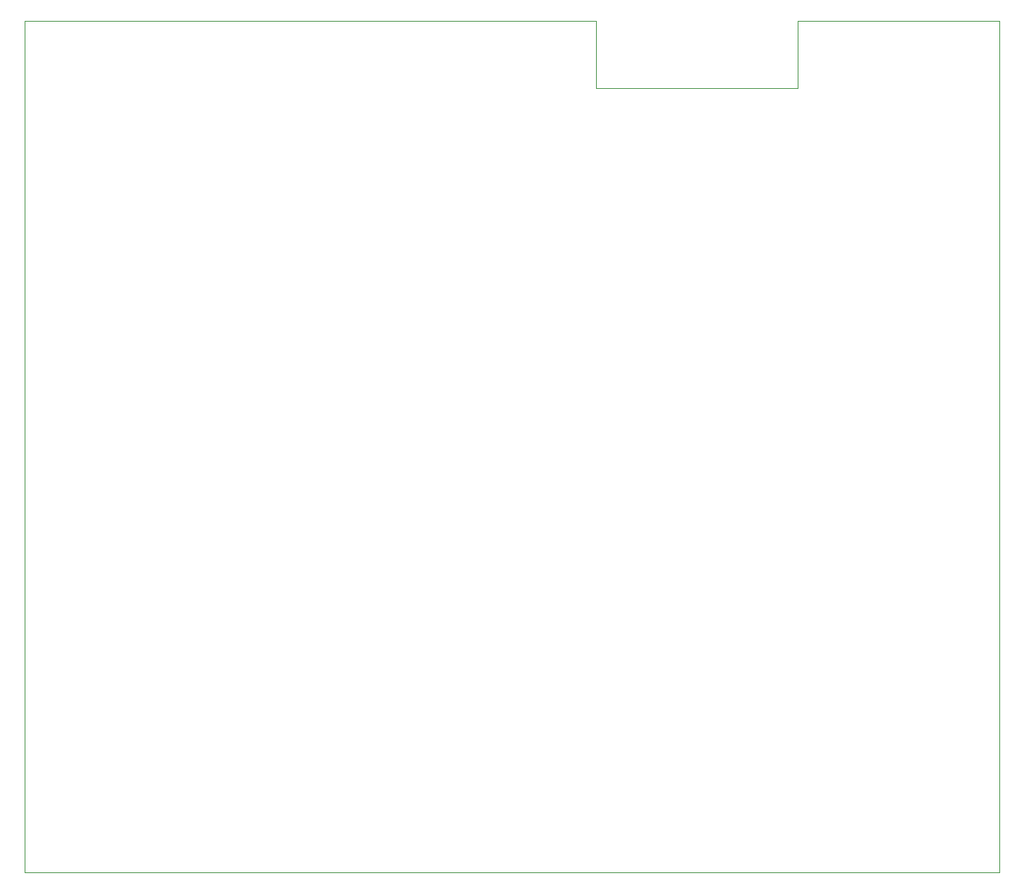
<source format=gbr>
G04 #@! TF.GenerationSoftware,KiCad,Pcbnew,5.1.5-52549c5~84~ubuntu18.04.1*
G04 #@! TF.CreationDate,2020-02-02T15:04:15+01:00*
G04 #@! TF.ProjectId,autopool,6175746f-706f-46f6-9c2e-6b696361645f,rev?*
G04 #@! TF.SameCoordinates,Original*
G04 #@! TF.FileFunction,Profile,NP*
%FSLAX46Y46*%
G04 Gerber Fmt 4.6, Leading zero omitted, Abs format (unit mm)*
G04 Created by KiCad (PCBNEW 5.1.5-52549c5~84~ubuntu18.04.1) date 2020-02-02 15:04:15*
%MOMM*%
%LPD*%
G04 APERTURE LIST*
%ADD10C,0.050000*%
G04 APERTURE END LIST*
D10*
X163830000Y-43180000D02*
X163830000Y-50800000D01*
X186690000Y-43180000D02*
X163830000Y-43180000D01*
X140970000Y-50800000D02*
X140970000Y-43180000D01*
X142240000Y-50800000D02*
X140970000Y-50800000D01*
X162560000Y-50800000D02*
X142240000Y-50800000D01*
X163830000Y-50800000D02*
X162560000Y-50800000D01*
X76200000Y-139700000D02*
X76200000Y-43180000D01*
X186690000Y-139700000D02*
X76200000Y-139700000D01*
X186690000Y-43180000D02*
X186690000Y-139700000D01*
X76200000Y-43180000D02*
X140970000Y-43180000D01*
M02*

</source>
